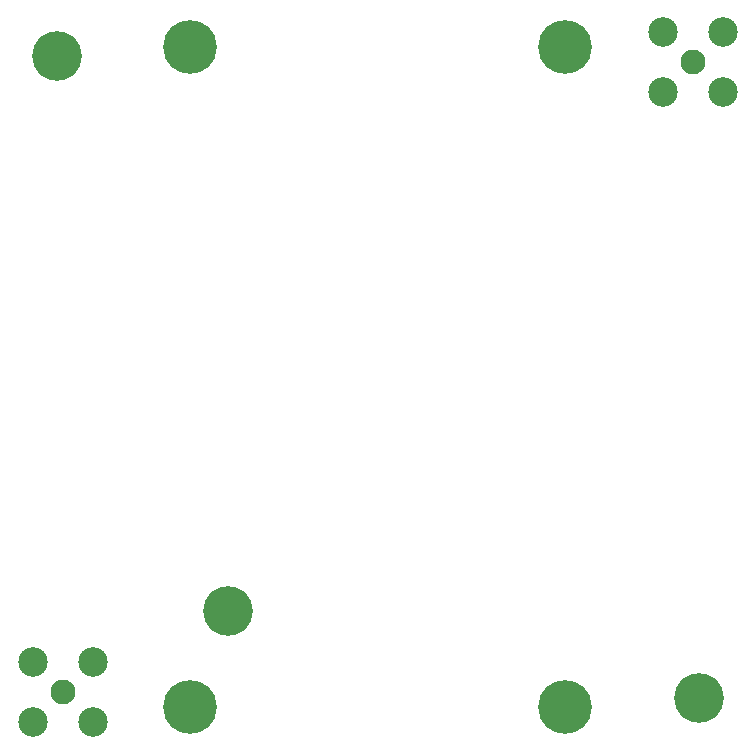
<source format=gbs>
G04 Layer_Color=16711935*
%FSLAX44Y44*%
%MOMM*%
G71*
G01*
G75*
%ADD32C,2.1016*%
%ADD33C,2.5016*%
%ADD34C,4.5466*%
%ADD35C,4.2000*%
D32*
X-50800Y584200D02*
D03*
X-584200Y50800D02*
D03*
D33*
X-25400Y609600D02*
D03*
X-76200D02*
D03*
Y558800D02*
D03*
X-25400D02*
D03*
X-558800Y25400D02*
D03*
X-609600D02*
D03*
Y76200D02*
D03*
X-558800D02*
D03*
D34*
X-476250Y596900D02*
D03*
X-158750D02*
D03*
Y38100D02*
D03*
X-476250D02*
D03*
D35*
X-45700Y45700D02*
D03*
X-444500Y119400D02*
D03*
X-589300Y589300D02*
D03*
M02*

</source>
